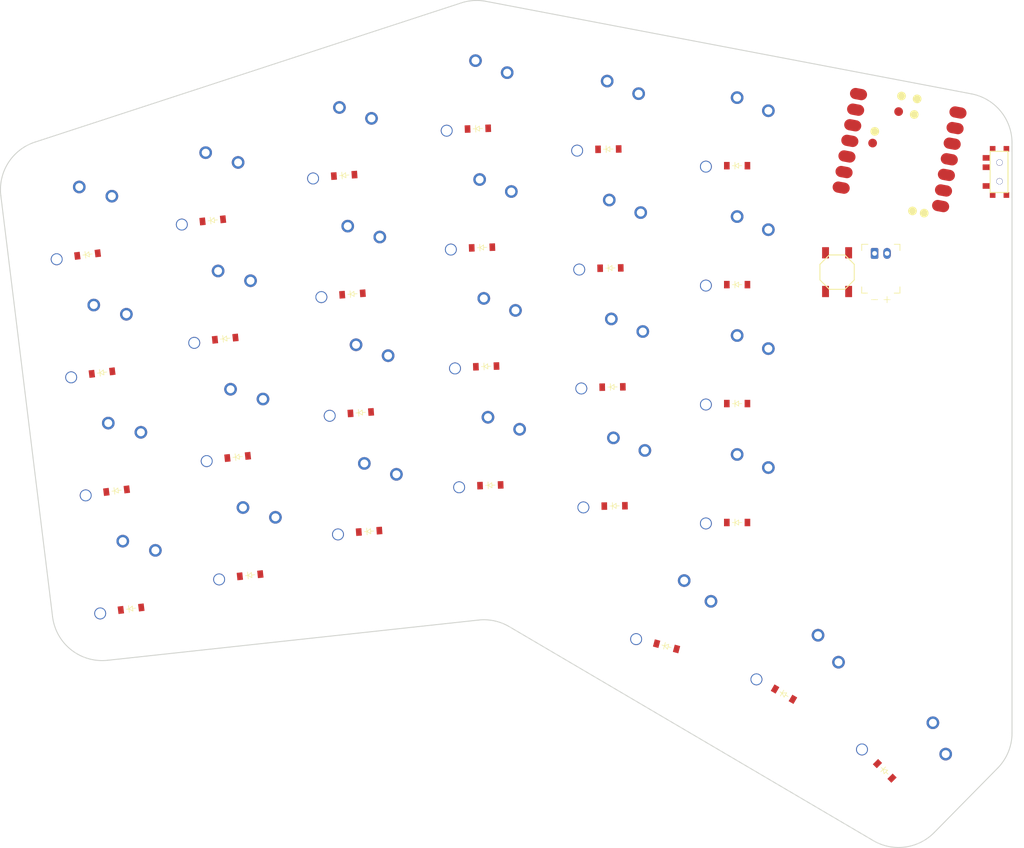
<source format=kicad_pcb>
(kicad_pcb (version 20171130) (host pcbnew 5.1.6)
  (title_block (title "biggie-splays_choc_v2_left_unrouted") (rev "v1.0.0") (company "Unknown"))
  (layers (0 F.Cu signal) (31 B.Cu signal) (34 B.Paste user) (35 F.Paste user) (36 B.SilkS user) (37 F.SilkS user) (38 B.Mask user) (39 F.Mask user) (44 Edge.Cuts user))
  (net 0 "")
  (net 1 "D5")
  (net 2 "stretch_bottom")
  (net 3 "GND")
  (net 4 "D1")
  (net 5 "D2")
  (net 6 "stretch_home")
  (net 7 "stretch_high")
  (net 8 "stretch_num")
  (net 9 "D3")
  (net 10 "pinky_bottom")
  (net 11 "pinky_home")
  (net 12 "pinky_high")
  (net 13 "pinky_num")
  (net 14 "ring_bottom")
  (net 15 "ring_home")
  (net 16 "ring_high")
  (net 17 "ring_num")
  (net 18 "D7")
  (net 19 "middle_bottom")
  (net 20 "middle_home")
  (net 21 "middle_high")
  (net 22 "middle_num")
  (net 23 "D8")
  (net 24 "index_bottom")
  (net 25 "index_home")
  (net 26 "index_high")
  (net 27 "index_num")
  (net 28 "D10")
  (net 29 "inner_bottom")
  (net 30 "inner_home")
  (net 31 "inner_high")
  (net 32 "inner_num")
  (net 33 "near_fan")
  (net 34 "mid_fan")
  (net 35 "far_fan")
  (net 36 "D6")
  (net 37 "D4")
  (net 38 "D0")
  (net 39 "D9")
  (net 40 "RAW3V3")
  (net 41 "RAW5V")
  (net 42 "CLK")
  (net 43 "DIO")
  (net 44 "RST")
  (net 45 "BAT")
  (net 46 "NFC1")
  (net 47 "NFC2")
  (net 48 "BATCON")
  (net 49 "JST1_1")
  (net 50 "JST1_2")
  (footprint "ceoloide:switch_choc_v1_v2" (layer "B.Cu") (at 79.051864 151.4952237 7)
    (property "Reference" "S1" hide)
    (pad "" np_thru_hole circle (at 0 0 7) (size 5 5) (drill 5) (layers "*.Cu" "*.Mask"))
    (pad "" thru_hole circle (at -5.00 5.15 7) (size 1.9 1.9) (drill 1.6) (layers "*.Cu" "*.Mask"))
    (pad "2" thru_hole circle (at 0 -5.9 202) (size 2.032 2.032) (drill 1.27) (layers "*.Cu" "*.Mask") (net 1 "D5"))
    (pad "1" thru_hole circle (at 5 -3.8 202) (size 2.032 2.032) (drill 1.27) (layers "*.Cu" "*.Mask") (net 2 "stretch_bottom"))
  )
  (footprint "ceoloide:switch_choc_v1_v2" (layer "B.Cu") (at 76.7302531 132.5872195 7)
    (property "Reference" "S2" hide)
    (pad "" np_thru_hole circle (at 0 0 7) (size 5 5) (drill 5) (layers "*.Cu" "*.Mask"))
    (pad "" thru_hole circle (at -5.00 5.15 7) (size 1.9 1.9) (drill 1.6) (layers "*.Cu" "*.Mask"))
    (pad "2" thru_hole circle (at 0 -5.9 202) (size 2.032 2.032) (drill 1.27) (layers "*.Cu" "*.Mask") (net 1 "D5"))
    (pad "1" thru_hole circle (at 5 -3.8 202) (size 2.032 2.032) (drill 1.27) (layers "*.Cu" "*.Mask") (net 6 "stretch_home"))
  )
  (footprint "ceoloide:switch_choc_v1_v2" (layer "B.Cu") (at 74.4086421 113.6792153 7)
    (property "Reference" "S3" hide)
    (pad "" np_thru_hole circle (at 0 0 7) (size 5 5) (drill 5) (layers "*.Cu" "*.Mask"))
    (pad "" thru_hole circle (at -5.00 5.15 7) (size 1.9 1.9) (drill 1.6) (layers "*.Cu" "*.Mask"))
    (pad "2" thru_hole circle (at 0 -5.9 202) (size 2.032 2.032) (drill 1.27) (layers "*.Cu" "*.Mask") (net 1 "D5"))
    (pad "1" thru_hole circle (at 5 -3.8 202) (size 2.032 2.032) (drill 1.27) (layers "*.Cu" "*.Mask") (net 7 "stretch_high"))
  )
  (footprint "ceoloide:switch_choc_v1_v2" (layer "B.Cu") (at 72.0870311 94.7712111 7)
    (property "Reference" "S4" hide)
    (pad "" np_thru_hole circle (at 0 0 7) (size 5 5) (drill 5) (layers "*.Cu" "*.Mask"))
    (pad "" thru_hole circle (at -5.00 5.15 7) (size 1.9 1.9) (drill 1.6) (layers "*.Cu" "*.Mask"))
    (pad "2" thru_hole circle (at 0 -5.9 202) (size 2.032 2.032) (drill 1.27) (layers "*.Cu" "*.Mask") (net 1 "D5"))
    (pad "1" thru_hole circle (at 5 -3.8 202) (size 2.032 2.032) (drill 1.27) (layers "*.Cu" "*.Mask") (net 8 "stretch_num"))
  )
  (footprint "ceoloide:switch_choc_v1_v2" (layer "B.Cu") (at 98.1897879 146.1228526 6)
    (property "Reference" "S5" hide)
    (pad "" np_thru_hole circle (at 0 0 6) (size 5 5) (drill 5) (layers "*.Cu" "*.Mask"))
    (pad "" thru_hole circle (at -5.00 5.15 6) (size 1.9 1.9) (drill 1.6) (layers "*.Cu" "*.Mask"))
    (pad "2" thru_hole circle (at 0 -5.9 201) (size 2.032 2.032) (drill 1.27) (layers "*.Cu" "*.Mask") (net 9 "D3"))
    (pad "1" thru_hole circle (at 5 -3.8 201) (size 2.032 2.032) (drill 1.27) (layers "*.Cu" "*.Mask") (net 10 "pinky_bottom"))
  )
  (footprint "ceoloide:switch_choc_v1_v2" (layer "B.Cu") (at 96.1985206 127.1772105 6)
    (property "Reference" "S6" hide)
    (pad "" np_thru_hole circle (at 0 0 6) (size 5 5) (drill 5) (layers "*.Cu" "*.Mask"))
    (pad "" thru_hole circle (at -5.00 5.15 6) (size 1.9 1.9) (drill 1.6) (layers "*.Cu" "*.Mask"))
    (pad "2" thru_hole circle (at 0 -5.9 201) (size 2.032 2.032) (drill 1.27) (layers "*.Cu" "*.Mask") (net 9 "D3"))
    (pad "1" thru_hole circle (at 5 -3.8 201) (size 2.032 2.032) (drill 1.27) (layers "*.Cu" "*.Mask") (net 11 "pinky_home"))
  )
  (footprint "ceoloide:switch_choc_v1_v2" (layer "B.Cu") (at 94.2072534 108.2315684 6)
    (property "Reference" "S7" hide)
    (pad "" np_thru_hole circle (at 0 0 6) (size 5 5) (drill 5) (layers "*.Cu" "*.Mask"))
    (pad "" thru_hole circle (at -5.00 5.15 6) (size 1.9 1.9) (drill 1.6) (layers "*.Cu" "*.Mask"))
    (pad "2" thru_hole circle (at 0 -5.9 201) (size 2.032 2.032) (drill 1.27) (layers "*.Cu" "*.Mask") (net 9 "D3"))
    (pad "1" thru_hole circle (at 5 -3.8 201) (size 2.032 2.032) (drill 1.27) (layers "*.Cu" "*.Mask") (net 12 "pinky_high"))
  )
  (footprint "ceoloide:switch_choc_v1_v2" (layer "B.Cu") (at 92.2159861 89.2859263 6)
    (property "Reference" "S8" hide)
    (pad "" np_thru_hole circle (at 0 0 6) (size 5 5) (drill 5) (layers "*.Cu" "*.Mask"))
    (pad "" thru_hole circle (at -5.00 5.15 6) (size 1.9 1.9) (drill 1.6) (layers "*.Cu" "*.Mask"))
    (pad "2" thru_hole circle (at 0 -5.9 201) (size 2.032 2.032) (drill 1.27) (layers "*.Cu" "*.Mask") (net 9 "D3"))
    (pad "1" thru_hole circle (at 5 -3.8 201) (size 2.032 2.032) (drill 1.27) (layers "*.Cu" "*.Mask") (net 13 "pinky_num"))
  )
  (footprint "ceoloide:switch_choc_v1_v2" (layer "B.Cu") (at 117.4084052 139.0753531 4)
    (property "Reference" "S9" hide)
    (pad "" np_thru_hole circle (at 0 0 4) (size 5 5) (drill 5) (layers "*.Cu" "*.Mask"))
    (pad "" thru_hole circle (at -5.00 5.15 4) (size 1.9 1.9) (drill 1.6) (layers "*.Cu" "*.Mask"))
    (pad "2" thru_hole circle (at 0 -5.9 199) (size 2.032 2.032) (drill 1.27) (layers "*.Cu" "*.Mask") (net 4 "D1"))
    (pad "1" thru_hole circle (at 5 -3.8 199) (size 2.032 2.032) (drill 1.27) (layers "*.Cu" "*.Mask") (net 14 "ring_bottom"))
  )
  (footprint "ceoloide:switch_choc_v1_v2" (layer "B.Cu") (at 116.0795444 120.071758 4)
    (property "Reference" "S10" hide)
    (pad "" np_thru_hole circle (at 0 0 4) (size 5 5) (drill 5) (layers "*.Cu" "*.Mask"))
    (pad "" thru_hole circle (at -5.00 5.15 4) (size 1.9 1.9) (drill 1.6) (layers "*.Cu" "*.Mask"))
    (pad "2" thru_hole circle (at 0 -5.9 199) (size 2.032 2.032) (drill 1.27) (layers "*.Cu" "*.Mask") (net 4 "D1"))
    (pad "1" thru_hole circle (at 5 -3.8 199) (size 2.032 2.032) (drill 1.27) (layers "*.Cu" "*.Mask") (net 15 "ring_home"))
  )
  (footprint "ceoloide:switch_choc_v1_v2" (layer "B.Cu") (at 114.7506836 101.0681629 4)
    (property "Reference" "S11" hide)
    (pad "" np_thru_hole circle (at 0 0 4) (size 5 5) (drill 5) (layers "*.Cu" "*.Mask"))
    (pad "" thru_hole circle (at -5.00 5.15 4) (size 1.9 1.9) (drill 1.6) (layers "*.Cu" "*.Mask"))
    (pad "2" thru_hole circle (at 0 -5.9 199) (size 2.032 2.032) (drill 1.27) (layers "*.Cu" "*.Mask") (net 4 "D1"))
    (pad "1" thru_hole circle (at 5 -3.8 199) (size 2.032 2.032) (drill 1.27) (layers "*.Cu" "*.Mask") (net 16 "ring_high"))
  )
  (footprint "ceoloide:switch_choc_v1_v2" (layer "B.Cu") (at 113.4218229 82.0645678 4)
    (property "Reference" "S12" hide)
    (pad "" np_thru_hole circle (at 0 0 4) (size 5 5) (drill 5) (layers "*.Cu" "*.Mask"))
    (pad "" thru_hole circle (at -5.00 5.15 4) (size 1.9 1.9) (drill 1.6) (layers "*.Cu" "*.Mask"))
    (pad "2" thru_hole circle (at 0 -5.9 199) (size 2.032 2.032) (drill 1.27) (layers "*.Cu" "*.Mask") (net 4 "D1"))
    (pad "1" thru_hole circle (at 5 -3.8 199) (size 2.032 2.032) (drill 1.27) (layers "*.Cu" "*.Mask") (net 17 "ring_num"))
  )
  (footprint "ceoloide:switch_choc_v1_v2" (layer "B.Cu") (at 136.9910256 131.6913515 2)
    (property "Reference" "S13" hide)
    (pad "" np_thru_hole circle (at 0 0 2) (size 5 5) (drill 5) (layers "*.Cu" "*.Mask"))
    (pad "" thru_hole circle (at -5.00 5.15 2) (size 1.9 1.9) (drill 1.6) (layers "*.Cu" "*.Mask"))
    (pad "2" thru_hole circle (at 0 -5.9 197) (size 2.032 2.032) (drill 1.27) (layers "*.Cu" "*.Mask") (net 18 "D7"))
    (pad "1" thru_hole circle (at 5 -3.8 197) (size 2.032 2.032) (drill 1.27) (layers "*.Cu" "*.Mask") (net 19 "middle_bottom"))
  )
  (footprint "ceoloide:switch_choc_v1_v2" (layer "B.Cu") (at 136.3261902 112.6529563 2)
    (property "Reference" "S14" hide)
    (pad "" np_thru_hole circle (at 0 0 2) (size 5 5) (drill 5) (layers "*.Cu" "*.Mask"))
    (pad "" thru_hole circle (at -5.00 5.15 2) (size 1.9 1.9) (drill 1.6) (layers "*.Cu" "*.Mask"))
    (pad "2" thru_hole circle (at 0 -5.9 197) (size 2.032 2.032) (drill 1.27) (layers "*.Cu" "*.Mask") (net 18 "D7"))
    (pad "1" thru_hole circle (at 5 -3.8 197) (size 2.032 2.032) (drill 1.27) (layers "*.Cu" "*.Mask") (net 20 "middle_home"))
  )
  (footprint "ceoloide:switch_choc_v1_v2" (layer "B.Cu") (at 135.6613548 93.614561 2)
    (property "Reference" "S15" hide)
    (pad "" np_thru_hole circle (at 0 0 2) (size 5 5) (drill 5) (layers "*.Cu" "*.Mask"))
    (pad "" thru_hole circle (at -5.00 5.15 2) (size 1.9 1.9) (drill 1.6) (layers "*.Cu" "*.Mask"))
    (pad "2" thru_hole circle (at 0 -5.9 197) (size 2.032 2.032) (drill 1.27) (layers "*.Cu" "*.Mask") (net 18 "D7"))
    (pad "1" thru_hole circle (at 5 -3.8 197) (size 2.032 2.032) (drill 1.27) (layers "*.Cu" "*.Mask") (net 21 "middle_high"))
  )
  (footprint "ceoloide:switch_choc_v1_v2" (layer "B.Cu") (at 134.9965193 74.5761658 2)
    (property "Reference" "S16" hide)
    (pad "" np_thru_hole circle (at 0 0 2) (size 5 5) (drill 5) (layers "*.Cu" "*.Mask"))
    (pad "" thru_hole circle (at -5.00 5.15 2) (size 1.9 1.9) (drill 1.6) (layers "*.Cu" "*.Mask"))
    (pad "2" thru_hole circle (at 0 -5.9 197) (size 2.032 2.032) (drill 1.27) (layers "*.Cu" "*.Mask") (net 18 "D7"))
    (pad "1" thru_hole circle (at 5 -3.8 197) (size 2.032 2.032) (drill 1.27) (layers "*.Cu" "*.Mask") (net 22 "middle_num"))
  )
  (footprint "ceoloide:switch_choc_v1_v2" (layer "B.Cu") (at 156.9685314 134.9961598 1)
    (property "Reference" "S17" hide)
    (pad "" np_thru_hole circle (at 0 0 1) (size 5 5) (drill 5) (layers "*.Cu" "*.Mask"))
    (pad "" thru_hole circle (at -5.00 5.15 1) (size 1.9 1.9) (drill 1.6) (layers "*.Cu" "*.Mask"))
    (pad "2" thru_hole circle (at 0 -5.9 196) (size 2.032 2.032) (drill 1.27) (layers "*.Cu" "*.Mask") (net 23 "D8"))
    (pad "1" thru_hole circle (at 5 -3.8 196) (size 2.032 2.032) (drill 1.27) (layers "*.Cu" "*.Mask") (net 24 "index_bottom"))
  )
  (footprint "ceoloide:switch_choc_v1_v2" (layer "B.Cu") (at 156.636063 115.9490613 1)
    (property "Reference" "S18" hide)
    (pad "" np_thru_hole circle (at 0 0 1) (size 5 5) (drill 5) (layers "*.Cu" "*.Mask"))
    (pad "" thru_hole circle (at -5.00 5.15 1) (size 1.9 1.9) (drill 1.6) (layers "*.Cu" "*.Mask"))
    (pad "2" thru_hole circle (at 0 -5.9 196) (size 2.032 2.032) (drill 1.27) (layers "*.Cu" "*.Mask") (net 23 "D8"))
    (pad "1" thru_hole circle (at 5 -3.8 196) (size 2.032 2.032) (drill 1.27) (layers "*.Cu" "*.Mask") (net 25 "index_home"))
  )
  (footprint "ceoloide:switch_choc_v1_v2" (layer "B.Cu") (at 156.3035947 96.9019627 1)
    (property "Reference" "S19" hide)
    (pad "" np_thru_hole circle (at 0 0 1) (size 5 5) (drill 5) (layers "*.Cu" "*.Mask"))
    (pad "" thru_hole circle (at -5.00 5.15 1) (size 1.9 1.9) (drill 1.6) (layers "*.Cu" "*.Mask"))
    (pad "2" thru_hole circle (at 0 -5.9 196) (size 2.032 2.032) (drill 1.27) (layers "*.Cu" "*.Mask") (net 23 "D8"))
    (pad "1" thru_hole circle (at 5 -3.8 196) (size 2.032 2.032) (drill 1.27) (layers "*.Cu" "*.Mask") (net 26 "index_high"))
  )
  (footprint "ceoloide:switch_choc_v1_v2" (layer "B.Cu") (at 155.9711263 77.8548641 1)
    (property "Reference" "S20" hide)
    (pad "" np_thru_hole circle (at 0 0 1) (size 5 5) (drill 5) (layers "*.Cu" "*.Mask"))
    (pad "" thru_hole circle (at -5.00 5.15 1) (size 1.9 1.9) (drill 1.6) (layers "*.Cu" "*.Mask"))
    (pad "2" thru_hole circle (at 0 -5.9 196) (size 2.032 2.032) (drill 1.27) (layers "*.Cu" "*.Mask") (net 23 "D8"))
    (pad "1" thru_hole circle (at 5 -3.8 196) (size 2.032 2.032) (drill 1.27) (layers "*.Cu" "*.Mask") (net 27 "index_num"))
  )
  (footprint "ceoloide:switch_choc_v1_v2" (layer "B.Cu") (at 176.6678959 137.6527632 0)
    (property "Reference" "S21" hide)
    (pad "" np_thru_hole circle (at 0 0 0) (size 5 5) (drill 5) (layers "*.Cu" "*.Mask"))
    (pad "" thru_hole circle (at -5.00 5.15 0) (size 1.9 1.9) (drill 1.6) (layers "*.Cu" "*.Mask"))
    (pad "2" thru_hole circle (at 0 -5.9 195) (size 2.032 2.032) (drill 1.27) (layers "*.Cu" "*.Mask") (net 28 "D10"))
    (pad "1" thru_hole circle (at 5 -3.8 195) (size 2.032 2.032) (drill 1.27) (layers "*.Cu" "*.Mask") (net 29 "inner_bottom"))
  )
  (footprint "ceoloide:switch_choc_v1_v2" (layer "B.Cu") (at 176.6678959 118.6027631 0)
    (property "Reference" "S22" hide)
    (pad "" np_thru_hole circle (at 0 0 0) (size 5 5) (drill 5) (layers "*.Cu" "*.Mask"))
    (pad "" thru_hole circle (at -5.00 5.15 0) (size 1.9 1.9) (drill 1.6) (layers "*.Cu" "*.Mask"))
    (pad "2" thru_hole circle (at 0 -5.9 195) (size 2.032 2.032) (drill 1.27) (layers "*.Cu" "*.Mask") (net 28 "D10"))
    (pad "1" thru_hole circle (at 5 -3.8 195) (size 2.032 2.032) (drill 1.27) (layers "*.Cu" "*.Mask") (net 30 "inner_home"))
  )
  (footprint "ceoloide:switch_choc_v1_v2" (layer "B.Cu") (at 176.6678959 99.5527631 0)
    (property "Reference" "S23" hide)
    (pad "" np_thru_hole circle (at 0 0 0) (size 5 5) (drill 5) (layers "*.Cu" "*.Mask"))
    (pad "" thru_hole circle (at -5.00 5.15 0) (size 1.9 1.9) (drill 1.6) (layers "*.Cu" "*.Mask"))
    (pad "2" thru_hole circle (at 0 -5.9 195) (size 2.032 2.032) (drill 1.27) (layers "*.Cu" "*.Mask") (net 28 "D10"))
    (pad "1" thru_hole circle (at 5 -3.8 195) (size 2.032 2.032) (drill 1.27) (layers "*.Cu" "*.Mask") (net 31 "inner_high"))
  )
  (footprint "ceoloide:switch_choc_v1_v2" (layer "B.Cu") (at 176.6678959 80.5027631 0)
    (property "Reference" "S24" hide)
    (pad "" np_thru_hole circle (at 0 0 0) (size 5 5) (drill 5) (layers "*.Cu" "*.Mask"))
    (pad "" thru_hole circle (at -5.00 5.15 0) (size 1.9 1.9) (drill 1.6) (layers "*.Cu" "*.Mask"))
    (pad "2" thru_hole circle (at 0 -5.9 195) (size 2.032 2.032) (drill 1.27) (layers "*.Cu" "*.Mask") (net 28 "D10"))
    (pad "1" thru_hole circle (at 5 -3.8 195) (size 2.032 2.032) (drill 1.27) (layers "*.Cu" "*.Mask") (net 32 "inner_num"))
  )
  (footprint "ceoloide:switch_choc_v1_v2" (layer "B.Cu") (at 166.6678959 157.6527632 -15)
    (property "Reference" "S25" hide)
    (pad "" np_thru_hole circle (at 0 0 -15) (size 5 5) (drill 5) (layers "*.Cu" "*.Mask"))
    (pad "" thru_hole circle (at -5.00 5.15 -15) (size 1.9 1.9) (drill 1.6) (layers "*.Cu" "*.Mask"))
    (pad "2" thru_hole circle (at 0 -5.9 180) (size 2.032 2.032) (drill 1.27) (layers "*.Cu" "*.Mask") (net 18 "D7"))
    (pad "1" thru_hole circle (at 5 -3.8 180) (size 2.032 2.032) (drill 1.27) (layers "*.Cu" "*.Mask") (net 33 "near_fan"))
  )
  (footprint "ceoloide:switch_choc_v1_v2" (layer "B.Cu") (at 186.666859 165.8153168 -30)
    (property "Reference" "S26" hide)
    (pad "" np_thru_hole circle (at 0 0 -30) (size 5 5) (drill 5) (layers "*.Cu" "*.Mask"))
    (pad "" thru_hole circle (at -5.00 5.15 -30) (size 1.9 1.9) (drill 1.6) (layers "*.Cu" "*.Mask"))
    (pad "2" thru_hole circle (at 0 -5.9 165) (size 2.032 2.032) (drill 1.27) (layers "*.Cu" "*.Mask") (net 23 "D8"))
    (pad "1" thru_hole circle (at 5 -3.8 165) (size 2.032 2.032) (drill 1.27) (layers "*.Cu" "*.Mask") (net 34 "mid_fan"))
  )
  (footprint "ceoloide:switch_choc_v1_v2" (layer "B.Cu") (at 203.8293085 178.896491 -45)
    (property "Reference" "S27" hide)
    (pad "" np_thru_hole circle (at 0 0 -45) (size 5 5) (drill 5) (layers "*.Cu" "*.Mask"))
    (pad "" thru_hole circle (at -5.00 5.15 -45) (size 1.9 1.9) (drill 1.6) (layers "*.Cu" "*.Mask"))
    (pad "2" thru_hole circle (at 0 -5.9 150) (size 2.032 2.032) (drill 1.27) (layers "*.Cu" "*.Mask") (net 28 "D10"))
    (pad "1" thru_hole circle (at 5 -3.8 150) (size 2.032 2.032) (drill 1.27) (layers "*.Cu" "*.Mask") (net 35 "far_fan"))
  )
  (footprint "ceoloide:diode_tht_sod123" (layer "F.Cu") (at 79.6612107 156.4579545 7)
    (property "Reference" "D1" hide)
    (fp_line (start 0.25 0) (end 0.75 0) (layer "F.SilkS") (stroke (width 0.1)))
    (fp_line (start 0.25 0.4) (end -0.35 0) (layer "F.SilkS") (stroke (width 0.1)))
    (fp_line (start 0.25 -0.4) (end 0.25 0.4) (layer "F.SilkS") (stroke (width 0.1)))
    (fp_line (start -0.35 0) (end 0.25 -0.4) (layer "F.SilkS") (stroke (width 0.1)))
    (fp_line (start -0.35 0) (end -0.35 0.55) (layer "F.SilkS") (stroke (width 0.1)))
    (fp_line (start -0.35 0) (end -0.35 -0.55) (layer "F.SilkS") (stroke (width 0.1)))
    (fp_line (start -0.75 0) (end -0.35 0) (layer "F.SilkS") (stroke (width 0.1)))
    (pad "1" smd rect (at -1.65 0 7) (size 0.9 1.2) (layers "F.Cu" "F.Paste" "F.Mask") (net 36 "D6"))
    (pad "2" smd rect (at 1.65 0 7) (size 0.9 1.2) (layers "F.Cu" "F.Paste" "F.Mask") (net 2 "stretch_bottom"))
  )
  (footprint "ceoloide:diode_tht_sod123" (layer "F.Cu") (at 77.3395998 137.5499503 7)
    (property "Reference" "D2" hide)
    (fp_line (start 0.25 0) (end 0.75 0) (layer "F.SilkS") (stroke (width 0.1)))
    (fp_line (start 0.25 0.4) (end -0.35 0) (layer "F.SilkS") (stroke (width 0.1)))
    (fp_line (start 0.25 -0.4) (end 0.25 0.4) (layer "F.SilkS") (stroke (width 0.1)))
    (fp_line (start -0.35 0) (end 0.25 -0.4) (layer "F.SilkS") (stroke (width 0.1)))
    (fp_line (start -0.35 0) (end -0.35 0.55) (layer "F.SilkS") (stroke (width 0.1)))
    (fp_line (start -0.35 0) (end -0.35 -0.55) (layer "F.SilkS") (stroke (width 0.1)))
    (fp_line (start -0.75 0) (end -0.35 0) (layer "F.SilkS") (stroke (width 0.1)))
    (pad "1" smd rect (at -1.65 0 7) (size 0.9 1.2) (layers "F.Cu" "F.Paste" "F.Mask") (net 37 "D4"))
    (pad "2" smd rect (at 1.65 0 7) (size 0.9 1.2) (layers "F.Cu" "F.Paste" "F.Mask") (net 6 "stretch_home"))
  )
  (footprint "ceoloide:diode_tht_sod123" (layer "F.Cu") (at 75.0179888 118.6419461 7)
    (property "Reference" "D3" hide)
    (fp_line (start 0.25 0) (end 0.75 0) (layer "F.SilkS") (stroke (width 0.1)))
    (fp_line (start 0.25 0.4) (end -0.35 0) (layer "F.SilkS") (stroke (width 0.1)))
    (fp_line (start 0.25 -0.4) (end 0.25 0.4) (layer "F.SilkS") (stroke (width 0.1)))
    (fp_line (start -0.35 0) (end 0.25 -0.4) (layer "F.SilkS") (stroke (width 0.1)))
    (fp_line (start -0.35 0) (end -0.35 0.55) (layer "F.SilkS") (stroke (width 0.1)))
    (fp_line (start -0.35 0) (end -0.35 -0.55) (layer "F.SilkS") (stroke (width 0.1)))
    (fp_line (start -0.75 0) (end -0.35 0) (layer "F.SilkS") (stroke (width 0.1)))
    (pad "1" smd rect (at -1.65 0 7) (size 0.9 1.2) (layers "F.Cu" "F.Paste" "F.Mask") (net 5 "D2"))
    (pad "2" smd rect (at 1.65 0 7) (size 0.9 1.2) (layers "F.Cu" "F.Paste" "F.Mask") (net 7 "stretch_high"))
  )
  (footprint "ceoloide:diode_tht_sod123" (layer "F.Cu") (at 72.69637780000001 99.7339419 7)
    (property "Reference" "D4" hide)
    (fp_line (start 0.25 0) (end 0.75 0) (layer "F.SilkS") (stroke (width 0.1)))
    (fp_line (start 0.25 0.4) (end -0.35 0) (layer "F.SilkS") (stroke (width 0.1)))
    (fp_line (start 0.25 -0.4) (end 0.25 0.4) (layer "F.SilkS") (stroke (width 0.1)))
    (fp_line (start -0.35 0) (end 0.25 -0.4) (layer "F.SilkS") (stroke (width 0.1)))
    (fp_line (start -0.35 0) (end -0.35 0.55) (layer "F.SilkS") (stroke (width 0.1)))
    (fp_line (start -0.35 0) (end -0.35 -0.55) (layer "F.SilkS") (stroke (width 0.1)))
    (fp_line (start -0.75 0) (end -0.35 0) (layer "F.SilkS") (stroke (width 0.1)))
    (pad "1" smd rect (at -1.65 0 7) (size 0.9 1.2) (layers "F.Cu" "F.Paste" "F.Mask") (net 38 "D0"))
    (pad "2" smd rect (at 1.65 0 7) (size 0.9 1.2) (layers "F.Cu" "F.Paste" "F.Mask") (net 8 "stretch_num"))
  )
  (footprint "ceoloide:diode_tht_sod123" (layer "F.Cu") (at 98.7124302 151.0954621 6)
    (property "Reference" "D5" hide)
    (fp_line (start 0.25 0) (end 0.75 0) (layer "F.SilkS") (stroke (width 0.1)))
    (fp_line (start 0.25 0.4) (end -0.35 0) (layer "F.SilkS") (stroke (width 0.1)))
    (fp_line (start 0.25 -0.4) (end 0.25 0.4) (layer "F.SilkS") (stroke (width 0.1)))
    (fp_line (start -0.35 0) (end 0.25 -0.4) (layer "F.SilkS") (stroke (width 0.1)))
    (fp_line (start -0.35 0) (end -0.35 0.55) (layer "F.SilkS") (stroke (width 0.1)))
    (fp_line (start -0.35 0) (end -0.35 -0.55) (layer "F.SilkS") (stroke (width 0.1)))
    (fp_line (start -0.75 0) (end -0.35 0) (layer "F.SilkS") (stroke (width 0.1)))
    (pad "1" smd rect (at -1.65 0 6) (size 0.9 1.2) (layers "F.Cu" "F.Paste" "F.Mask") (net 36 "D6"))
    (pad "2" smd rect (at 1.65 0 6) (size 0.9 1.2) (layers "F.Cu" "F.Paste" "F.Mask") (net 10 "pinky_bottom"))
  )
  (footprint "ceoloide:diode_tht_sod123" (layer "F.Cu") (at 96.7211629 132.14982 6)
    (property "Reference" "D6" hide)
    (fp_line (start 0.25 0) (end 0.75 0) (layer "F.SilkS") (stroke (width 0.1)))
    (fp_line (start 0.25 0.4) (end -0.35 0) (layer "F.SilkS") (stroke (width 0.1)))
    (fp_line (start 0.25 -0.4) (end 0.25 0.4) (layer "F.SilkS") (stroke (width 0.1)))
    (fp_line (start -0.35 0) (end 0.25 -0.4) (layer "F.SilkS") (stroke (width 0.1)))
    (fp_line (start -0.35 0) (end -0.35 0.55) (layer "F.SilkS") (stroke (width 0.1)))
    (fp_line (start -0.35 0) (end -0.35 -0.55) (layer "F.SilkS") (stroke (width 0.1)))
    (fp_line (start -0.75 0) (end -0.35 0) (layer "F.SilkS") (stroke (width 0.1)))
    (pad "1" smd rect (at -1.65 0 6) (size 0.9 1.2) (layers "F.Cu" "F.Paste" "F.Mask") (net 37 "D4"))
    (pad "2" smd rect (at 1.65 0 6) (size 0.9 1.2) (layers "F.Cu" "F.Paste" "F.Mask") (net 11 "pinky_home"))
  )
  (footprint "ceoloide:diode_tht_sod123" (layer "F.Cu") (at 94.7298957 113.2041779 6)
    (property "Reference" "D7" hide)
    (fp_line (start 0.25 0) (end 0.75 0) (layer "F.SilkS") (stroke (width 0.1)))
    (fp_line (start 0.25 0.4) (end -0.35 0) (layer "F.SilkS") (stroke (width 0.1)))
    (fp_line (start 0.25 -0.4) (end 0.25 0.4) (layer "F.SilkS") (stroke (width 0.1)))
    (fp_line (start -0.35 0) (end 0.25 -0.4) (layer "F.SilkS") (stroke (width 0.1)))
    (fp_line (start -0.35 0) (end -0.35 0.55) (layer "F.SilkS") (stroke (width 0.1)))
    (fp_line (start -0.35 0) (end -0.35 -0.55) (layer "F.SilkS") (stroke (width 0.1)))
    (fp_line (start -0.75 0) (end -0.35 0) (layer "F.SilkS") (stroke (width 0.1)))
    (pad "1" smd rect (at -1.65 0 6) (size 0.9 1.2) (layers "F.Cu" "F.Paste" "F.Mask") (net 5 "D2"))
    (pad "2" smd rect (at 1.65 0 6) (size 0.9 1.2) (layers "F.Cu" "F.Paste" "F.Mask") (net 12 "pinky_high"))
  )
  (footprint "ceoloide:diode_tht_sod123" (layer "F.Cu") (at 92.7386284 94.2585358 6)
    (property "Reference" "D8" hide)
    (fp_line (start 0.25 0) (end 0.75 0) (layer "F.SilkS") (stroke (width 0.1)))
    (fp_line (start 0.25 0.4) (end -0.35 0) (layer "F.SilkS") (stroke (width 0.1)))
    (fp_line (start 0.25 -0.4) (end 0.25 0.4) (layer "F.SilkS") (stroke (width 0.1)))
    (fp_line (start -0.35 0) (end 0.25 -0.4) (layer "F.SilkS") (stroke (width 0.1)))
    (fp_line (start -0.35 0) (end -0.35 0.55) (layer "F.SilkS") (stroke (width 0.1)))
    (fp_line (start -0.35 0) (end -0.35 -0.55) (layer "F.SilkS") (stroke (width 0.1)))
    (fp_line (start -0.75 0) (end -0.35 0) (layer "F.SilkS") (stroke (width 0.1)))
    (pad "1" smd rect (at -1.65 0 6) (size 0.9 1.2) (layers "F.Cu" "F.Paste" "F.Mask") (net 38 "D0"))
    (pad "2" smd rect (at 1.65 0 6) (size 0.9 1.2) (layers "F.Cu" "F.Paste" "F.Mask") (net 13 "pinky_num"))
  )
  (footprint "ceoloide:diode_tht_sod123" (layer "F.Cu") (at 117.75718760000001 144.0631734 4)
    (property "Reference" "D9" hide)
    (fp_line (start 0.25 0) (end 0.75 0) (layer "F.SilkS") (stroke (width 0.1)))
    (fp_line (start 0.25 0.4) (end -0.35 0) (layer "F.SilkS") (stroke (width 0.1)))
    (fp_line (start 0.25 -0.4) (end 0.25 0.4) (layer "F.SilkS") (stroke (width 0.1)))
    (fp_line (start -0.35 0) (end 0.25 -0.4) (layer "F.SilkS") (stroke (width 0.1)))
    (fp_line (start -0.35 0) (end -0.35 0.55) (layer "F.SilkS") (stroke (width 0.1)))
    (fp_line (start -0.35 0) (end -0.35 -0.55) (layer "F.SilkS") (stroke (width 0.1)))
    (fp_line (start -0.75 0) (end -0.35 0) (layer "F.SilkS") (stroke (width 0.1)))
    (pad "1" smd rect (at -1.65 0 4) (size 0.9 1.2) (layers "F.Cu" "F.Paste" "F.Mask") (net 36 "D6"))
    (pad "2" smd rect (at 1.65 0 4) (size 0.9 1.2) (layers "F.Cu" "F.Paste" "F.Mask") (net 14 "ring_bottom"))
  )
  (footprint "ceoloide:diode_tht_sod123" (layer "F.Cu") (at 116.42832680000001 125.0595783 4)
    (property "Reference" "D10" hide)
    (fp_line (start 0.25 0) (end 0.75 0) (layer "F.SilkS") (stroke (width 0.1)))
    (fp_line (start 0.25 0.4) (end -0.35 0) (layer "F.SilkS") (stroke (width 0.1)))
    (fp_line (start 0.25 -0.4) (end 0.25 0.4) (layer "F.SilkS") (stroke (width 0.1)))
    (fp_line (start -0.35 0) (end 0.25 -0.4) (layer "F.SilkS") (stroke (width 0.1)))
    (fp_line (start -0.35 0) (end -0.35 0.55) (layer "F.SilkS") (stroke (width 0.1)))
    (fp_line (start -0.35 0) (end -0.35 -0.55) (layer "F.SilkS") (stroke (width 0.1)))
    (fp_line (start -0.75 0) (end -0.35 0) (layer "F.SilkS") (stroke (width 0.1)))
    (pad "1" smd rect (at -1.65 0 4) (size 0.9 1.2) (layers "F.Cu" "F.Paste" "F.Mask") (net 37 "D4"))
    (pad "2" smd rect (at 1.65 0 4) (size 0.9 1.2) (layers "F.Cu" "F.Paste" "F.Mask") (net 15 "ring_home"))
  )
  (footprint "ceoloide:diode_tht_sod123" (layer "F.Cu") (at 115.099466 106.0559832 4)
    (property "Reference" "D11" hide)
    (fp_line (start 0.25 0) (end 0.75 0) (layer "F.SilkS") (stroke (width 0.1)))
    (fp_line (start 0.25 0.4) (end -0.35 0) (layer "F.SilkS") (stroke (width 0.1)))
    (fp_line (start 0.25 -0.4) (end 0.25 0.4) (layer "F.SilkS") (stroke (width 0.1)))
    (fp_line (start -0.35 0) (end 0.25 -0.4) (layer "F.SilkS") (stroke (width 0.1)))
    (fp_line (start -0.35 0) (end -0.35 0.55) (layer "F.SilkS") (stroke (width 0.1)))
    (fp_line (start -0.35 0) (end -0.35 -0.55) (layer "F.SilkS") (stroke (width 0.1)))
    (fp_line (start -0.75 0) (end -0.35 0) (layer "F.SilkS") (stroke (width 0.1)))
    (pad "1" smd rect (at -1.65 0 4) (size 0.9 1.2) (layers "F.Cu" "F.Paste" "F.Mask") (net 5 "D2"))
    (pad "2" smd rect (at 1.65 0 4) (size 0.9 1.2) (layers "F.Cu" "F.Paste" "F.Mask") (net 16 "ring_high"))
  )
  (footprint "ceoloide:diode_tht_sod123" (layer "F.Cu") (at 113.7706053 87.0523881 4)
    (property "Reference" "D12" hide)
    (fp_line (start 0.25 0) (end 0.75 0) (layer "F.SilkS") (stroke (width 0.1)))
    (fp_line (start 0.25 0.4) (end -0.35 0) (layer "F.SilkS") (stroke (width 0.1)))
    (fp_line (start 0.25 -0.4) (end 0.25 0.4) (layer "F.SilkS") (stroke (width 0.1)))
    (fp_line (start -0.35 0) (end 0.25 -0.4) (layer "F.SilkS") (stroke (width 0.1)))
    (fp_line (start -0.35 0) (end -0.35 0.55) (layer "F.SilkS") (stroke (width 0.1)))
    (fp_line (start -0.35 0) (end -0.35 -0.55) (layer "F.SilkS") (stroke (width 0.1)))
    (fp_line (start -0.75 0) (end -0.35 0) (layer "F.SilkS") (stroke (width 0.1)))
    (pad "1" smd rect (at -1.65 0 4) (size 0.9 1.2) (layers "F.Cu" "F.Paste" "F.Mask") (net 38 "D0"))
    (pad "2" smd rect (at 1.65 0 4) (size 0.9 1.2) (layers "F.Cu" "F.Paste" "F.Mask") (net 17 "ring_num"))
  )
  (footprint "ceoloide:diode_tht_sod123" (layer "F.Cu") (at 137.1655231 136.6883056 2)
    (property "Reference" "D13" hide)
    (fp_line (start 0.25 0) (end 0.75 0) (layer "F.SilkS") (stroke (width 0.1)))
    (fp_line (start 0.25 0.4) (end -0.35 0) (layer "F.SilkS") (stroke (width 0.1)))
    (fp_line (start 0.25 -0.4) (end 0.25 0.4) (layer "F.SilkS") (stroke (width 0.1)))
    (fp_line (start -0.35 0) (end 0.25 -0.4) (layer "F.SilkS") (stroke (width 0.1)))
    (fp_line (start -0.35 0) (end -0.35 0.55) (layer "F.SilkS") (stroke (width 0.1)))
    (fp_line (start -0.35 0) (end -0.35 -0.55) (layer "F.SilkS") (stroke (width 0.1)))
    (fp_line (start -0.75 0) (end -0.35 0) (layer "F.SilkS") (stroke (width 0.1)))
    (pad "1" smd rect (at -1.65 0 2) (size 0.9 1.2) (layers "F.Cu" "F.Paste" "F.Mask") (net 36 "D6"))
    (pad "2" smd rect (at 1.65 0 2) (size 0.9 1.2) (layers "F.Cu" "F.Paste" "F.Mask") (net 19 "middle_bottom"))
  )
  (footprint "ceoloide:diode_tht_sod123" (layer "F.Cu") (at 136.50068770000001 117.6499104 2)
    (property "Reference" "D14" hide)
    (fp_line (start 0.25 0) (end 0.75 0) (layer "F.SilkS") (stroke (width 0.1)))
    (fp_line (start 0.25 0.4) (end -0.35 0) (layer "F.SilkS") (stroke (width 0.1)))
    (fp_line (start 0.25 -0.4) (end 0.25 0.4) (layer "F.SilkS") (stroke (width 0.1)))
    (fp_line (start -0.35 0) (end 0.25 -0.4) (layer "F.SilkS") (stroke (width 0.1)))
    (fp_line (start -0.35 0) (end -0.35 0.55) (layer "F.SilkS") (stroke (width 0.1)))
    (fp_line (start -0.35 0) (end -0.35 -0.55) (layer "F.SilkS") (stroke (width 0.1)))
    (fp_line (start -0.75 0) (end -0.35 0) (layer "F.SilkS") (stroke (width 0.1)))
    (pad "1" smd rect (at -1.65 0 2) (size 0.9 1.2) (layers "F.Cu" "F.Paste" "F.Mask") (net 37 "D4"))
    (pad "2" smd rect (at 1.65 0 2) (size 0.9 1.2) (layers "F.Cu" "F.Paste" "F.Mask") (net 20 "middle_home"))
  )
  (footprint "ceoloide:diode_tht_sod123" (layer "F.Cu") (at 135.8358523 98.61151509999999 2)
    (property "Reference" "D15" hide)
    (fp_line (start 0.25 0) (end 0.75 0) (layer "F.SilkS") (stroke (width 0.1)))
    (fp_line (start 0.25 0.4) (end -0.35 0) (layer "F.SilkS") (stroke (width 0.1)))
    (fp_line (start 0.25 -0.4) (end 0.25 0.4) (layer "F.SilkS") (stroke (width 0.1)))
    (fp_line (start -0.35 0) (end 0.25 -0.4) (layer "F.SilkS") (stroke (width 0.1)))
    (fp_line (start -0.35 0) (end -0.35 0.55) (layer "F.SilkS") (stroke (width 0.1)))
    (fp_line (start -0.35 0) (end -0.35 -0.55) (layer "F.SilkS") (stroke (width 0.1)))
    (fp_line (start -0.75 0) (end -0.35 0) (layer "F.SilkS") (stroke (width 0.1)))
    (pad "1" smd rect (at -1.65 0 2) (size 0.9 1.2) (layers "F.Cu" "F.Paste" "F.Mask") (net 5 "D2"))
    (pad "2" smd rect (at 1.65 0 2) (size 0.9 1.2) (layers "F.Cu" "F.Paste" "F.Mask") (net 21 "middle_high"))
  )
  (footprint "ceoloide:diode_tht_sod123" (layer "F.Cu") (at 135.1710168 79.5731199 2)
    (property "Reference" "D16" hide)
    (fp_line (start 0.25 0) (end 0.75 0) (layer "F.SilkS") (stroke (width 0.1)))
    (fp_line (start 0.25 0.4) (end -0.35 0) (layer "F.SilkS") (stroke (width 0.1)))
    (fp_line (start 0.25 -0.4) (end 0.25 0.4) (layer "F.SilkS") (stroke (width 0.1)))
    (fp_line (start -0.35 0) (end 0.25 -0.4) (layer "F.SilkS") (stroke (width 0.1)))
    (fp_line (start -0.35 0) (end -0.35 0.55) (layer "F.SilkS") (stroke (width 0.1)))
    (fp_line (start -0.35 0) (end -0.35 -0.55) (layer "F.SilkS") (stroke (width 0.1)))
    (fp_line (start -0.75 0) (end -0.35 0) (layer "F.SilkS") (stroke (width 0.1)))
    (pad "1" smd rect (at -1.65 0 2) (size 0.9 1.2) (layers "F.Cu" "F.Paste" "F.Mask") (net 38 "D0"))
    (pad "2" smd rect (at 1.65 0 2) (size 0.9 1.2) (layers "F.Cu" "F.Paste" "F.Mask") (net 22 "middle_num"))
  )
  (footprint "ceoloide:diode_tht_sod123" (layer "F.Cu") (at 157.0557934 139.99539829999998 1)
    (property "Reference" "D17" hide)
    (fp_line (start 0.25 0) (end 0.75 0) (layer "F.SilkS") (stroke (width 0.1)))
    (fp_line (start 0.25 0.4) (end -0.35 0) (layer "F.SilkS") (stroke (width 0.1)))
    (fp_line (start 0.25 -0.4) (end 0.25 0.4) (layer "F.SilkS") (stroke (width 0.1)))
    (fp_line (start -0.35 0) (end 0.25 -0.4) (layer "F.SilkS") (stroke (width 0.1)))
    (fp_line (start -0.35 0) (end -0.35 0.55) (layer "F.SilkS") (stroke (width 0.1)))
    (fp_line (start -0.35 0) (end -0.35 -0.55) (layer "F.SilkS") (stroke (width 0.1)))
    (fp_line (start -0.75 0) (end -0.35 0) (layer "F.SilkS") (stroke (width 0.1)))
    (pad "1" smd rect (at -1.65 0 1) (size 0.9 1.2) (layers "F.Cu" "F.Paste" "F.Mask") (net 36 "D6"))
    (pad "2" smd rect (at 1.65 0 1) (size 0.9 1.2) (layers "F.Cu" "F.Paste" "F.Mask") (net 24 "index_bottom"))
  )
  (footprint "ceoloide:diode_tht_sod123" (layer "F.Cu") (at 156.72332500000002 120.9482998 1)
    (property "Reference" "D18" hide)
    (fp_line (start 0.25 0) (end 0.75 0) (layer "F.SilkS") (stroke (width 0.1)))
    (fp_line (start 0.25 0.4) (end -0.35 0) (layer "F.SilkS") (stroke (width 0.1)))
    (fp_line (start 0.25 -0.4) (end 0.25 0.4) (layer "F.SilkS") (stroke (width 0.1)))
    (fp_line (start -0.35 0) (end 0.25 -0.4) (layer "F.SilkS") (stroke (width 0.1)))
    (fp_line (start -0.35 0) (end -0.35 0.55) (layer "F.SilkS") (stroke (width 0.1)))
    (fp_line (start -0.35 0) (end -0.35 -0.55) (layer "F.SilkS") (stroke (width 0.1)))
    (fp_line (start -0.75 0) (end -0.35 0) (layer "F.SilkS") (stroke (width 0.1)))
    (pad "1" smd rect (at -1.65 0 1) (size 0.9 1.2) (layers "F.Cu" "F.Paste" "F.Mask") (net 37 "D4"))
    (pad "2" smd rect (at 1.65 0 1) (size 0.9 1.2) (layers "F.Cu" "F.Paste" "F.Mask") (net 25 "index_home"))
  )
  (footprint "ceoloide:diode_tht_sod123" (layer "F.Cu") (at 156.3908567 101.9012012 1)
    (property "Reference" "D19" hide)
    (fp_line (start 0.25 0) (end 0.75 0) (layer "F.SilkS") (stroke (width 0.1)))
    (fp_line (start 0.25 0.4) (end -0.35 0) (layer "F.SilkS") (stroke (width 0.1)))
    (fp_line (start 0.25 -0.4) (end 0.25 0.4) (layer "F.SilkS") (stroke (width 0.1)))
    (fp_line (start -0.35 0) (end 0.25 -0.4) (layer "F.SilkS") (stroke (width 0.1)))
    (fp_line (start -0.35 0) (end -0.35 0.55) (layer "F.SilkS") (stroke (width 0.1)))
    (fp_line (start -0.35 0) (end -0.35 -0.55) (layer "F.SilkS") (stroke (width 0.1)))
    (fp_line (start -0.75 0) (end -0.35 0) (layer "F.SilkS") (stroke (width 0.1)))
    (pad "1" smd rect (at -1.65 0 1) (size 0.9 1.2) (layers "F.Cu" "F.Paste" "F.Mask") (net 5 "D2"))
    (pad "2" smd rect (at 1.65 0 1) (size 0.9 1.2) (layers "F.Cu" "F.Paste" "F.Mask") (net 26 "index_high"))
  )
  (footprint "ceoloide:diode_tht_sod123" (layer "F.Cu") (at 156.05838830000002 82.8541026 1)
    (property "Reference" "D20" hide)
    (fp_line (start 0.25 0) (end 0.75 0) (layer "F.SilkS") (stroke (width 0.1)))
    (fp_line (start 0.25 0.4) (end -0.35 0) (layer "F.SilkS") (stroke (width 0.1)))
    (fp_line (start 0.25 -0.4) (end 0.25 0.4) (layer "F.SilkS") (stroke (width 0.1)))
    (fp_line (start -0.35 0) (end 0.25 -0.4) (layer "F.SilkS") (stroke (width 0.1)))
    (fp_line (start -0.35 0) (end -0.35 0.55) (layer "F.SilkS") (stroke (width 0.1)))
    (fp_line (start -0.35 0) (end -0.35 -0.55) (layer "F.SilkS") (stroke (width 0.1)))
    (fp_line (start -0.75 0) (end -0.35 0) (layer "F.SilkS") (stroke (width 0.1)))
    (pad "1" smd rect (at -1.65 0 1) (size 0.9 1.2) (layers "F.Cu" "F.Paste" "F.Mask") (net 38 "D0"))
    (pad "2" smd rect (at 1.65 0 1) (size 0.9 1.2) (layers "F.Cu" "F.Paste" "F.Mask") (net 27 "index_num"))
  )
  (footprint "ceoloide:diode_tht_sod123" (layer "F.Cu") (at 176.6678959 142.6527632 0)
    (property "Reference" "D21" hide)
    (fp_line (start 0.25 0) (end 0.75 0) (layer "F.SilkS") (stroke (width 0.1)))
    (fp_line (start 0.25 0.4) (end -0.35 0) (layer "F.SilkS") (stroke (width 0.1)))
    (fp_line (start 0.25 -0.4) (end 0.25 0.4) (layer "F.SilkS") (stroke (width 0.1)))
    (fp_line (start -0.35 0) (end 0.25 -0.4) (layer "F.SilkS") (stroke (width 0.1)))
    (fp_line (start -0.35 0) (end -0.35 0.55) (layer "F.SilkS") (stroke (width 0.1)))
    (fp_line (start -0.35 0) (end -0.35 -0.55) (layer "F.SilkS") (stroke (width 0.1)))
    (fp_line (start -0.75 0) (end -0.35 0) (layer "F.SilkS") (stroke (width 0.1)))
    (pad "1" smd rect (at -1.65 0 0) (size 0.9 1.2) (layers "F.Cu" "F.Paste" "F.Mask") (net 36 "D6"))
    (pad "2" smd rect (at 1.65 0 0) (size 0.9 1.2) (layers "F.Cu" "F.Paste" "F.Mask") (net 29 "inner_bottom"))
  )
  (footprint "ceoloide:diode_tht_sod123" (layer "F.Cu") (at 176.6678959 123.6027631 0)
    (property "Reference" "D22" hide)
    (fp_line (start 0.25 0) (end 0.75 0) (layer "F.SilkS") (stroke (width 0.1)))
    (fp_line (start 0.25 0.4) (end -0.35 0) (layer "F.SilkS") (stroke (width 0.1)))
    (fp_line (start 0.25 -0.4) (end 0.25 0.4) (layer "F.SilkS") (stroke (width 0.1)))
    (fp_line (start -0.35 0) (end 0.25 -0.4) (layer "F.SilkS") (stroke (width 0.1)))
    (fp_line (start -0.35 0) (end -0.35 0.55) (layer "F.SilkS") (stroke (width 0.1)))
    (fp_line (start -0.35 0) (end -0.35 -0.55) (layer "F.SilkS") (stroke (width 0.1)))
    (fp_line (start -0.75 0) (end -0.35 0) (layer "F.SilkS") (stroke (width 0.1)))
    (pad "1" smd rect (at -1.65 0 0) (size 0.9 1.2) (layers "F.Cu" "F.Paste" "F.Mask") (net 37 "D4"))
    (pad "2" smd rect (at 1.65 0 0) (size 0.9 1.2) (layers "F.Cu" "F.Paste" "F.Mask") (net 30 "inner_home"))
  )
  (footprint "ceoloide:diode_tht_sod123" (layer "F.Cu") (at 176.6678959 104.5527631 0)
    (property "Reference" "D23" hide)
    (fp_line (start 0.25 0) (end 0.75 0) (layer "F.SilkS") (stroke (width 0.1)))
    (fp_line (start 0.25 0.4) (end -0.35 0) (layer "F.SilkS") (stroke (width 0.1)))
    (fp_line (start 0.25 -0.4) (end 0.25 0.4) (layer "F.SilkS") (stroke (width 0.1)))
    (fp_line (start -0.35 0) (end 0.25 -0.4) (layer "F.SilkS") (stroke (width 0.1)))
    (fp_line (start -0.35 0) (end -0.35 0.55) (layer "F.SilkS") (stroke (width 0.1)))
    (fp_line (start -0.35 0) (end -0.35 -0.55) (layer "F.SilkS") (stroke (width 0.1)))
    (fp_line (start -0.75 0) (end -0.35 0) (layer "F.SilkS") (stroke (width 0.1)))
    (pad "1" smd rect (at -1.65 0 0) (size 0.9 1.2) (layers "F.Cu" "F.Paste" "F.Mask") (net 5 "D2"))
    (pad "2" smd rect (at 1.65 0 0) (size 0.9 1.2) (layers "F.Cu" "F.Paste" "F.Mask") (net 31 "inner_high"))
  )
  (footprint "ceoloide:diode_tht_sod123" (layer "F.Cu") (at 176.6678959 85.5027631 0)
    (property "Reference" "D24" hide)
    (fp_line (start 0.25 0) (end 0.75 0) (layer "F.SilkS") (stroke (width 0.1)))
    (fp_line (start 0.25 0.4) (end -0.35 0) (layer "F.SilkS") (stroke (width 0.1)))
    (fp_line (start 0.25 -0.4) (end 0.25 0.4) (layer "F.SilkS") (stroke (width 0.1)))
    (fp_line (start -0.35 0) (end 0.25 -0.4) (layer "F.SilkS") (stroke (width 0.1)))
    (fp_line (start -0.35 0) (end -0.35 0.55) (layer "F.SilkS") (stroke (width 0.1)))
    (fp_line (start -0.35 0) (end -0.35 -0.55) (layer "F.SilkS") (stroke (width 0.1)))
    (fp_line (start -0.75 0) (end -0.35 0) (layer "F.SilkS") (stroke (width 0.1)))
    (pad "1" smd rect (at -1.65 0 0) (size 0.9 1.2) (layers "F.Cu" "F.Paste" "F.Mask") (net 38 "D0"))
    (pad "2" smd rect (at 1.65 0 0) (size 0.9 1.2) (layers "F.Cu" "F.Paste" "F.Mask") (net 32 "inner_num"))
  )
  (footprint "ceoloide:diode_tht_sod123" (layer "F.Cu") (at 165.3738007 162.48239230000001 -15)
    (property "Reference" "D25" hide)
    (fp_line (start 0.25 0) (end 0.75 0) (layer "F.SilkS") (stroke (width 0.1)))
    (fp_line (start 0.25 0.4) (end -0.35 0) (layer "F.SilkS") (stroke (width 0.1)))
    (fp_line (start 0.25 -0.4) (end 0.25 0.4) (layer "F.SilkS") (stroke (width 0.1)))
    (fp_line (start -0.35 0) (end 0.25 -0.4) (layer "F.SilkS") (stroke (width 0.1)))
    (fp_line (start -0.35 0) (end -0.35 0.55) (layer "F.SilkS") (stroke (width 0.1)))
    (fp_line (start -0.35 0) (end -0.35 -0.55) (layer "F.SilkS") (stroke (width 0.1)))
    (fp_line (start -0.75 0) (end -0.35 0) (layer "F.SilkS") (stroke (width 0.1)))
    (pad "1" smd rect (at -1.65 0 -15) (size 0.9 1.2) (layers "F.Cu" "F.Paste" "F.Mask") (net 39 "D9"))
    (pad "2" smd rect (at 1.65 0 -15) (size 0.9 1.2) (layers "F.Cu" "F.Paste" "F.Mask") (net 33 "near_fan"))
  )
  (footprint "ceoloide:diode_tht_sod123" (layer "F.Cu") (at 184.166859 170.1454438 -30)
    (property "Reference" "D26" hide)
    (fp_line (start 0.25 0) (end 0.75 0) (layer "F.SilkS") (stroke (width 0.1)))
    (fp_line (start 0.25 0.4) (end -0.35 0) (layer "F.SilkS") (stroke (width 0.1)))
    (fp_line (start 0.25 -0.4) (end 0.25 0.4) (layer "F.SilkS") (stroke (width 0.1)))
    (fp_line (start -0.35 0) (end 0.25 -0.4) (layer "F.SilkS") (stroke (width 0.1)))
    (fp_line (start -0.35 0) (end -0.35 0.55) (layer "F.SilkS") (stroke (width 0.1)))
    (fp_line (start -0.35 0) (end -0.35 -0.55) (layer "F.SilkS") (stroke (width 0.1)))
    (fp_line (start -0.75 0) (end -0.35 0) (layer "F.SilkS") (stroke (width 0.1)))
    (pad "1" smd rect (at -1.65 0 -30) (size 0.9 1.2) (layers "F.Cu" "F.Paste" "F.Mask") (net 39 "D9"))
    (pad "2" smd rect (at 1.65 0 -30) (size 0.9 1.2) (layers "F.Cu" "F.Paste" "F.Mask") (net 34 "mid_fan"))
  )
  (footprint "ceoloide:diode_tht_sod123" (layer "F.Cu") (at 200.2937746 182.4320249 -45)
    (property "Reference" "D27" hide)
    (fp_line (start 0.25 0) (end 0.75 0) (layer "F.SilkS") (stroke (width 0.1)))
    (fp_line (start 0.25 0.4) (end -0.35 0) (layer "F.SilkS") (stroke (width 0.1)))
    (fp_line (start 0.25 -0.4) (end 0.25 0.4) (layer "F.SilkS") (stroke (width 0.1)))
    (fp_line (start -0.35 0) (end 0.25 -0.4) (layer "F.SilkS") (stroke (width 0.1)))
    (fp_line (start -0.35 0) (end -0.35 0.55) (layer "F.SilkS") (stroke (width 0.1)))
    (fp_line (start -0.35 0) (end -0.35 -0.55) (layer "F.SilkS") (stroke (width 0.1)))
    (fp_line (start -0.75 0) (end -0.35 0) (layer "F.SilkS") (stroke (width 0.1)))
    (pad "1" smd rect (at -1.65 0 -45) (size 0.9 1.2) (layers "F.Cu" "F.Paste" "F.Mask") (net 39 "D9"))
    (pad "2" smd rect (at 1.65 0 -45) (size 0.9 1.2) (layers "F.Cu" "F.Paste" "F.Mask") (net 35 "far_fan"))
  )
  (footprint "xiao_smd" (layer "F.Cu") (at 202.6678959 83.0027631 -10.5)
    (property "Reference" "MCU1" hide)
    (pad "1" smd oval (at -7.62 -7.62 169.5) (size 2.75 1.8) (drill (offset 0.475 0)) (layers "F.Cu" "F.Paste" "F.Mask") (net 38 "D0"))
    (pad "2" smd oval (at -7.62 -5.08 169.5) (size 2.75 1.8) (drill (offset 0.475 0)) (layers "F.Cu" "F.Paste" "F.Mask") (net 4 "D1"))
    (pad "3" smd oval (at -7.62 -2.54 169.5) (size 2.75 1.8) (drill (offset 0.475 0)) (layers "F.Cu" "F.Paste" "F.Mask") (net 5 "D2"))
    (pad "4" smd oval (at -7.62 0 169.5) (size 2.75 1.8) (drill (offset 0.475 0)) (layers "F.Cu" "F.Paste" "F.Mask") (net 9 "D3"))
    (pad "5" smd oval (at -7.62 2.54 169.5) (size 2.75 1.8) (drill (offset 0.475 0)) (layers "F.Cu" "F.Paste" "F.Mask") (net 37 "D4"))
    (pad "6" smd oval (at -7.62 5.08 169.5) (size 2.75 1.8) (drill (offset 0.475 0)) (layers "F.Cu" "F.Paste" "F.Mask") (net 1 "D5"))
    (pad "7" smd oval (at -7.62 7.62 169.5) (size 2.75 1.8) (drill (offset 0.475 0)) (layers "F.Cu" "F.Paste" "F.Mask") (net 36 "D6"))
    (pad "8" smd oval (at 7.62 7.62 -10.5) (size 2.75 1.8) (drill (offset 0.475 0)) (layers "F.Cu" "F.Paste" "F.Mask") (net 18 "D7"))
    (pad "9" smd oval (at 7.62 5.08 -10.5) (size 2.75 1.8) (drill (offset 0.475 0)) (layers "F.Cu" "F.Paste" "F.Mask") (net 23 "D8"))
    (pad "10" smd oval (at 7.62 2.54 -10.5) (size 2.75 1.8) (drill (offset 0.475 0)) (layers "F.Cu" "F.Paste" "F.Mask") (net 39 "D9"))
    (pad "11" smd oval (at 7.62 0 -10.5) (size 2.75 1.8) (drill (offset 0.475 0)) (layers "F.Cu" "F.Paste" "F.Mask") (net 28 "D10"))
    (pad "12" smd oval (at 7.62 -2.54 -10.5) (size 2.75 1.8) (drill (offset 0.475 0)) (layers "F.Cu" "F.Paste" "F.Mask") (net 40 "RAW3V3"))
    (pad "13" smd oval (at 7.62 -5.08 -10.5) (size 2.75 1.8) (drill (offset 0.475 0)) (layers "F.Cu" "F.Paste" "F.Mask") (net 3 "GND"))
    (pad "14" smd oval (at 7.62 -7.62 -10.5) (size 2.75 1.8) (drill (offset 0.475 0)) (layers "F.Cu" "F.Paste" "F.Mask") (net 41 "RAW5V"))
    (pad "15" smd circle (at -1.27 -8.572 79.5) (size 1.397 1.397) (drill 1.016) (layers "F.SilkS") (net 42 "CLK"))
    (pad "16" smd circle (at 1.27 -8.572 79.5) (size 1.397 1.397) (drill 1.016) (layers "F.SilkS") (net 43 "DIO"))
    (pad "17" smd circle (at -1.27 -6.032 79.5) (size 1.397 1.397) (drill 1.016) (layers "F.Cu" "F.Paste" "F.Mask") (net 44 "RST"))
    (pad "18" smd circle (at 1.27 -6.032 79.5) (size 1.397 1.397) (drill 1.016) (layers "F.SilkS") (net 3 "GND"))
    (pad "19" smd circle (at -4.445 -0.317 169.5) (size 1.397 1.397) (drill 1.016) (layers "F.Cu" "F.Paste" "F.Mask") (net 45 "BAT"))
    (pad "20" smd circle (at -4.445 -2.222 169.5) (size 1.397 1.397) (drill 1.016) (layers "F.SilkS") (net 3 "GND"))
    (pad "21" smd circle (at 3.81 9.208 169.5) (size 1.397 1.397) (drill 1.016) (layers "F.SilkS") (net 46 "NFC1"))
    (pad "22" smd circle (at 5.715 9.208 169.5) (size 1.397 1.397) (drill 1.016) (layers "F.SilkS") (net 47 "NFC2"))
  )
  (module E73:SW_TACT_ALPS_SKQGABE010 (layer F.Cu) (at 192.6678959 102.5527631 -90)
    (fp_text reference "B1" hide)
    (fp_text value "" hide)
    (fp_line (start 2.75 1.25) (end 1.25 2.75) (layer F.SilkS) (width 0.15))
    (fp_line (start 2.75 -1.25) (end 1.25 -2.75) (layer F.SilkS) (width 0.15))
    (fp_line (start 2.75 -1.25) (end 2.75 1.25) (layer F.SilkS) (width 0.15))
    (fp_line (start -1.25 2.75) (end 1.25 2.75) (layer F.SilkS) (width 0.15))
    (fp_line (start -1.25 -2.75) (end 1.25 -2.75) (layer F.SilkS) (width 0.15))
    (fp_line (start -2.75 1.25) (end -1.25 2.75) (layer F.SilkS) (width 0.15))
    (fp_line (start -2.75 -1.25) (end -1.25 -2.75) (layer F.SilkS) (width 0.15))
    (fp_line (start -2.75 -1.25) (end -2.75 1.25) (layer F.SilkS) (width 0.15))
    (pad 1 smd rect (at -3.1 -1.85 -90) (size 1.8 1.1) (layers F.Cu F.Paste F.Mask) (net 3 "GND"))
    (pad 1 smd rect (at 3.1 -1.85 -90) (size 1.8 1.1) (layers F.Cu F.Paste F.Mask) (net 3 "GND"))
    (pad 2 smd rect (at -3.1 1.85 -90) (size 1.8 1.1) (layers F.Cu F.Paste F.Mask) (net 44 "RST"))
    (pad 2 smd rect (at 3.1 1.85 -90) (size 1.8 1.1) (layers F.Cu F.Paste F.Mask) (net 44 "RST"))
  )
  (module E73:SPDT_C128955 (layer F.Cu) (at 218.6678959 86.5027631 -90)
    (fp_text reference "T1" hide)
    (fp_text value "" hide)
    (fp_line (start 1.95 -1.35) (end -1.95 -1.35) (layer F.SilkS) (width 0.15))
    (fp_line (start 0 -1.35) (end -3.3 -1.35) (layer F.SilkS) (width 0.15))
    (fp_line (start -3.3 -1.35) (end -3.3 1.5) (layer F.SilkS) (width 0.15))
    (fp_line (start -3.3 1.5) (end 3.3 1.5) (layer F.SilkS) (width 0.15))
    (fp_line (start 3.3 1.5) (end 3.3 -1.35) (layer F.SilkS) (width 0.15))
    (fp_line (start 0 -1.35) (end 3.3 -1.35) (layer F.SilkS) (width 0.15))
    (pad "" np_thru_hole circle (at 1.5 0) (size 1 1) (drill 0.9) (layers *.Cu *.Mask))
    (pad "" np_thru_hole circle (at -1.5 0) (size 1 1) (drill 0.9) (layers *.Cu *.Mask))
    (pad 1 smd rect (at 2.25 2.075 -90) (size 0.9 1.25) (layers F.Cu F.Paste F.Mask) (net 48 "BATCON"))
    (pad 2 smd rect (at -0.75 2.075 -90) (size 0.9 1.25) (layers F.Cu F.Paste F.Mask) (net 45 "BAT"))
    (pad 3 smd rect (at -2.25 2.075 -90) (size 0.9 1.25) (layers F.Cu F.Paste F.Mask))
    (pad "" smd rect (at 3.7 -1.1 -90) (size 0.9 0.9) (layers F.Cu F.Paste F.Mask))
    (pad "" smd rect (at 3.7 1.1 -90) (size 0.9 0.9) (layers F.Cu F.Paste F.Mask))
    (pad "" smd rect (at -3.7 1.1 -90) (size 0.9 0.9) (layers F.Cu F.Paste F.Mask))
    (pad "" smd rect (at -3.7 -1.1 -90) (size 0.9 0.9) (layers F.Cu F.Paste F.Mask))
  )
  (footprint "ceoloide:battery_connector_jst_ph_2" (layer "F.Cu") (at 199.6678959 99.5527631 0)
    (property "Reference" "JST1" hide)
    (fp_line (start -1.5 7.40) (end -0.5 7.40) (stroke (width 0.1)) (layer "F.SilkS"))
    (fp_line (start 1.5 7.40) (end 0.5 7.40) (stroke (width 0.1)) (layer "F.SilkS"))
    (fp_line (start 1 6.90) (end 1 7.90) (stroke (width 0.1)) (layer "F.SilkS"))
    (fp_line (start -2.06 -1.46) (end -3.06 -1.46) (stroke (width 0.12)) (layer "F.SilkS"))
    (fp_line (start -3.06 -1.46) (end -3.06 -0.46) (stroke (width 0.12)) (layer "F.SilkS"))
    (fp_line (start 2.14 -1.46) (end 3.06 -1.46) (stroke (width 0.12)) (layer "F.SilkS"))
    (fp_line (start 3.06 -1.46) (end 3.06 -0.46) (stroke (width 0.12)) (layer "F.SilkS"))
    (fp_line (start -2.14 6.36) (end -3.06 6.36) (stroke (width 0.12)) (layer "F.SilkS"))
    (fp_line (start -3.06 6.36) (end -3.06 5.36) (stroke (width 0.12)) (layer "F.SilkS"))
    (fp_line (start 2.14 6.36) (end 3.06 6.36) (stroke (width 0.12)) (layer "F.SilkS"))
    (fp_line (start 3.06 6.36) (end 3.06 5.36) (stroke (width 0.12)) (layer "F.SilkS"))
    (pad "1" thru_hole roundrect (at -1 0 0) (size 1.2 1.75) (drill 0.75) (layers "*.Cu" "*.Mask") (roundrect_rratio 0.20) (net 3 "GND"))
    (pad "2" thru_hole oval (at 1 0 0) (size 1.2 1.75) (drill 0.75) (layers "*.Cu" "*.Mask") (net 48 "BATCON"))
  )
  (gr_line (start 218.36901360077934 181.98805084914216) (end 208.20710320487677 192.31088636241992) (angle 90) (layer Edge.Cuts) (width 0.15))
  (gr_line (start 198.45031269639435 193.59440547630916) (end 140.19364792183998 159.33132814576908) (angle 90) (layer Edge.Cuts) (width 0.15))
  (gr_line (start 135.27466871064328 158.27380652668165) (end 75.89753873133182 164.7190290418894) (angle 90) (layer Edge.Cuts) (width 0.15))
  (gr_line (start 67.093863085609 157.74070096577555) (end 58.81428469886682 90.30894566653609) (angle 90) (layer Edge.Cuts) (width 0.15))
  (gr_line (start 64.26978755074376 81.72968733998947) (end 132.48656934982927 59.43841910602659) (angle 90) (layer Edge.Cuts) (width 0.15))
  (gr_line (start 136.46997499889105 59.18432756862826) (end 214.1664351587094 74.00048148301079) (angle 90) (layer Edge.Cuts) (width 0.15))
  (gr_line (start 220.6678959 81.85887699088461) (end 220.6678959 176.3758091499339) (angle 90) (layer Edge.Cuts) (width 0.15))
  (gr_arc (start 202.5059855040974 186.69864466321164) (end 198.4503127040974 193.59440556321164) (angle -75.91158617481352) (layer Edge.Cuts) (width 0.15))
  (gr_arc (start 136.1379751141369 166.2270889588666) (end 140.1936479141369 159.3313280588666) (angle -36.6565290922328) (layer Edge.Cuts) (width 0.15))
  (gr_arc (start 75.03423232783818 156.76574660970445) (end 67.09386302783818 157.74070100970445) (angle -89.19504324620908) (layer Edge.Cuts) (width 0.15))
  (gr_arc (start 66.75465394109597 89.33399131046485) (end 64.26978754109597 81.72968731046485) (angle -78.90410395739956) (layer Edge.Cuts) (width 0.15))
  (gr_arc (start 134.97143574018162 67.04272307650209) (end 136.46997504018162 59.184327576502085) (angle -28.89216562859754) (layer Edge.Cuts) (width 0.15))
  (gr_arc (start 212.6678959 81.85887699088461) (end 220.6678959 81.85887699088461) (angle -79.20372760793984) (layer Edge.Cuts) (width 0.15))
  (gr_arc (start 212.6678959 176.3758091499339) (end 218.3690136 181.9880508499339) (angle -44.54990247727511) (layer Edge.Cuts) (width 0.15))
)
</source>
